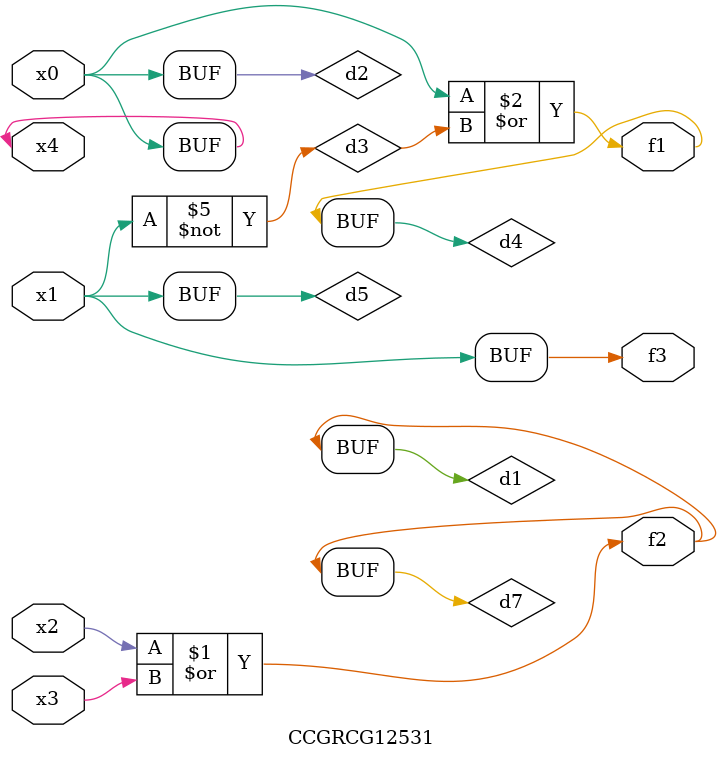
<source format=v>
module CCGRCG12531(
	input x0, x1, x2, x3, x4,
	output f1, f2, f3
);

	wire d1, d2, d3, d4, d5, d6, d7;

	or (d1, x2, x3);
	buf (d2, x0, x4);
	not (d3, x1);
	or (d4, d2, d3);
	not (d5, d3);
	nand (d6, d1, d3);
	or (d7, d1);
	assign f1 = d4;
	assign f2 = d7;
	assign f3 = d5;
endmodule

</source>
